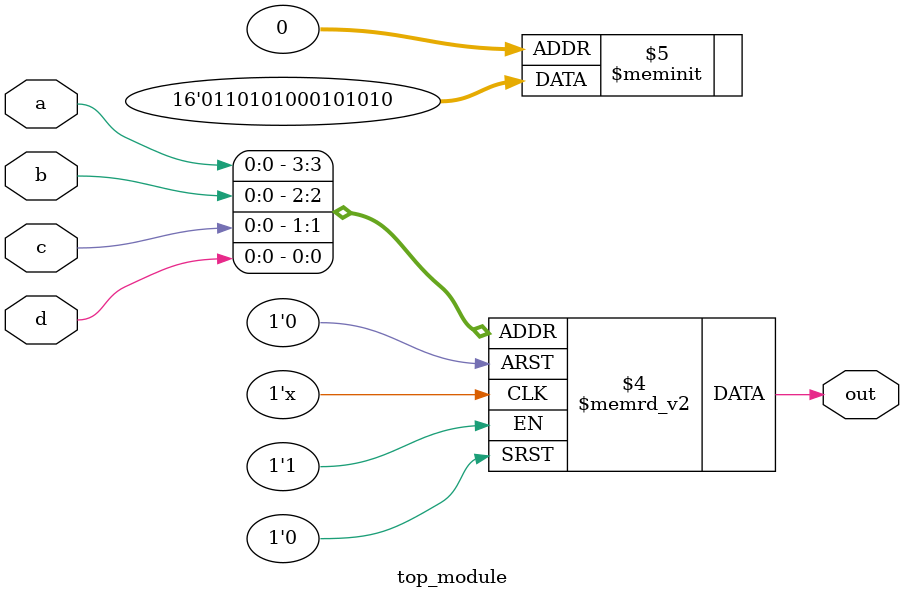
<source format=sv>
module top_module (
  input a, 
  input b,
  input c,
  input d,
  output reg out
);

  always @(*) begin
    case({a,b,c,d})
      4'b0000: out = 1'b0;
      4'b0001: out = 1'b1;
      4'b0010: out = 1'b0;
      4'b0011: out = 1'b1;
      4'b0100: out = 1'b0;
      4'b0101: out = 1'b1;
      4'b0110: out = 1'b0;
      4'b0111: out = 1'b0;
      4'b1000: out = 1'b0;
      4'b1001: out = 1'b1;
      4'b1010: out = 1'b0;
      4'b1011: out = 1'b1;
      4'b1100: out = 1'b0;
      4'b1101: out = 1'b1;
      4'b1110: out = 1'b1;
      4'b1111: out = 1'b0;
    endcase
  end

endmodule

</source>
